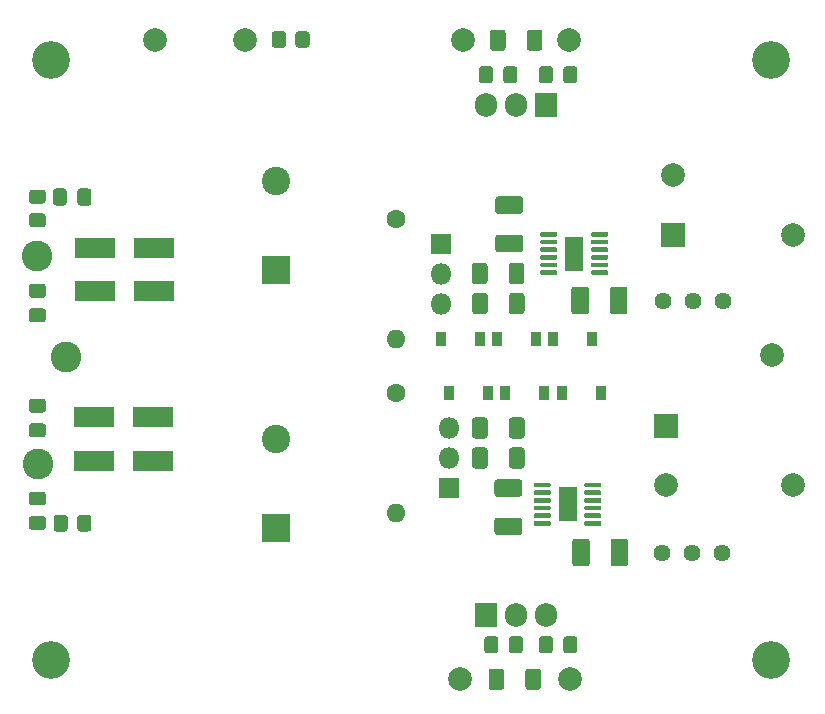
<source format=gbr>
G04 #@! TF.GenerationSoftware,KiCad,Pcbnew,(5.1.10-0-10_14)*
G04 #@! TF.CreationDate,2021-10-17T20:39:04+02:00*
G04 #@! TF.ProjectId,lv-lownoise-psu,6c762d6c-6f77-46e6-9f69-73652d707375,rev?*
G04 #@! TF.SameCoordinates,Original*
G04 #@! TF.FileFunction,Soldermask,Top*
G04 #@! TF.FilePolarity,Negative*
%FSLAX46Y46*%
G04 Gerber Fmt 4.6, Leading zero omitted, Abs format (unit mm)*
G04 Created by KiCad (PCBNEW (5.1.10-0-10_14)) date 2021-10-17 20:39:04*
%MOMM*%
%LPD*%
G01*
G04 APERTURE LIST*
%ADD10C,2.000000*%
%ADD11R,2.000000X2.000000*%
%ADD12R,1.650000X2.850000*%
%ADD13R,0.900000X1.200000*%
%ADD14O,1.600000X1.600000*%
%ADD15C,1.600000*%
%ADD16O,1.800000X1.800000*%
%ADD17R,1.800000X1.800000*%
%ADD18O,1.905000X2.000000*%
%ADD19R,1.905000X2.000000*%
%ADD20R,3.500000X1.800000*%
%ADD21C,2.400000*%
%ADD22R,2.400000X2.400000*%
%ADD23C,1.440000*%
%ADD24C,2.600000*%
%ADD25C,3.200000*%
G04 APERTURE END LIST*
G36*
G01*
X130659500Y-52478500D02*
X130659500Y-54328500D01*
G75*
G02*
X130409500Y-54578500I-250000J0D01*
G01*
X129409500Y-54578500D01*
G75*
G02*
X129159500Y-54328500I0J250000D01*
G01*
X129159500Y-52478500D01*
G75*
G02*
X129409500Y-52228500I250000J0D01*
G01*
X130409500Y-52228500D01*
G75*
G02*
X130659500Y-52478500I0J-250000D01*
G01*
G37*
G36*
G01*
X133909500Y-52478500D02*
X133909500Y-54328500D01*
G75*
G02*
X133659500Y-54578500I-250000J0D01*
G01*
X132659500Y-54578500D01*
G75*
G02*
X132409500Y-54328500I0J250000D01*
G01*
X132409500Y-52478500D01*
G75*
G02*
X132659500Y-52228500I250000J0D01*
G01*
X133659500Y-52228500D01*
G75*
G02*
X133909500Y-52478500I0J-250000D01*
G01*
G37*
D10*
X137160000Y-69024500D03*
D11*
X137160000Y-64024500D03*
D10*
X137795000Y-42815500D03*
D11*
X137795000Y-47815500D03*
D12*
X128832500Y-70649500D03*
G36*
G01*
X130257500Y-69124500D02*
X130257500Y-68924500D01*
G75*
G02*
X130357500Y-68824500I100000J0D01*
G01*
X131607500Y-68824500D01*
G75*
G02*
X131707500Y-68924500I0J-100000D01*
G01*
X131707500Y-69124500D01*
G75*
G02*
X131607500Y-69224500I-100000J0D01*
G01*
X130357500Y-69224500D01*
G75*
G02*
X130257500Y-69124500I0J100000D01*
G01*
G37*
G36*
G01*
X130257500Y-69774500D02*
X130257500Y-69574500D01*
G75*
G02*
X130357500Y-69474500I100000J0D01*
G01*
X131607500Y-69474500D01*
G75*
G02*
X131707500Y-69574500I0J-100000D01*
G01*
X131707500Y-69774500D01*
G75*
G02*
X131607500Y-69874500I-100000J0D01*
G01*
X130357500Y-69874500D01*
G75*
G02*
X130257500Y-69774500I0J100000D01*
G01*
G37*
G36*
G01*
X130257500Y-70424500D02*
X130257500Y-70224500D01*
G75*
G02*
X130357500Y-70124500I100000J0D01*
G01*
X131607500Y-70124500D01*
G75*
G02*
X131707500Y-70224500I0J-100000D01*
G01*
X131707500Y-70424500D01*
G75*
G02*
X131607500Y-70524500I-100000J0D01*
G01*
X130357500Y-70524500D01*
G75*
G02*
X130257500Y-70424500I0J100000D01*
G01*
G37*
G36*
G01*
X130257500Y-71074500D02*
X130257500Y-70874500D01*
G75*
G02*
X130357500Y-70774500I100000J0D01*
G01*
X131607500Y-70774500D01*
G75*
G02*
X131707500Y-70874500I0J-100000D01*
G01*
X131707500Y-71074500D01*
G75*
G02*
X131607500Y-71174500I-100000J0D01*
G01*
X130357500Y-71174500D01*
G75*
G02*
X130257500Y-71074500I0J100000D01*
G01*
G37*
G36*
G01*
X130257500Y-71724500D02*
X130257500Y-71524500D01*
G75*
G02*
X130357500Y-71424500I100000J0D01*
G01*
X131607500Y-71424500D01*
G75*
G02*
X131707500Y-71524500I0J-100000D01*
G01*
X131707500Y-71724500D01*
G75*
G02*
X131607500Y-71824500I-100000J0D01*
G01*
X130357500Y-71824500D01*
G75*
G02*
X130257500Y-71724500I0J100000D01*
G01*
G37*
G36*
G01*
X130257500Y-72374500D02*
X130257500Y-72174500D01*
G75*
G02*
X130357500Y-72074500I100000J0D01*
G01*
X131607500Y-72074500D01*
G75*
G02*
X131707500Y-72174500I0J-100000D01*
G01*
X131707500Y-72374500D01*
G75*
G02*
X131607500Y-72474500I-100000J0D01*
G01*
X130357500Y-72474500D01*
G75*
G02*
X130257500Y-72374500I0J100000D01*
G01*
G37*
G36*
G01*
X125957500Y-72374500D02*
X125957500Y-72174500D01*
G75*
G02*
X126057500Y-72074500I100000J0D01*
G01*
X127307500Y-72074500D01*
G75*
G02*
X127407500Y-72174500I0J-100000D01*
G01*
X127407500Y-72374500D01*
G75*
G02*
X127307500Y-72474500I-100000J0D01*
G01*
X126057500Y-72474500D01*
G75*
G02*
X125957500Y-72374500I0J100000D01*
G01*
G37*
G36*
G01*
X125957500Y-71724500D02*
X125957500Y-71524500D01*
G75*
G02*
X126057500Y-71424500I100000J0D01*
G01*
X127307500Y-71424500D01*
G75*
G02*
X127407500Y-71524500I0J-100000D01*
G01*
X127407500Y-71724500D01*
G75*
G02*
X127307500Y-71824500I-100000J0D01*
G01*
X126057500Y-71824500D01*
G75*
G02*
X125957500Y-71724500I0J100000D01*
G01*
G37*
G36*
G01*
X125957500Y-71074500D02*
X125957500Y-70874500D01*
G75*
G02*
X126057500Y-70774500I100000J0D01*
G01*
X127307500Y-70774500D01*
G75*
G02*
X127407500Y-70874500I0J-100000D01*
G01*
X127407500Y-71074500D01*
G75*
G02*
X127307500Y-71174500I-100000J0D01*
G01*
X126057500Y-71174500D01*
G75*
G02*
X125957500Y-71074500I0J100000D01*
G01*
G37*
G36*
G01*
X125957500Y-70424500D02*
X125957500Y-70224500D01*
G75*
G02*
X126057500Y-70124500I100000J0D01*
G01*
X127307500Y-70124500D01*
G75*
G02*
X127407500Y-70224500I0J-100000D01*
G01*
X127407500Y-70424500D01*
G75*
G02*
X127307500Y-70524500I-100000J0D01*
G01*
X126057500Y-70524500D01*
G75*
G02*
X125957500Y-70424500I0J100000D01*
G01*
G37*
G36*
G01*
X125957500Y-69774500D02*
X125957500Y-69574500D01*
G75*
G02*
X126057500Y-69474500I100000J0D01*
G01*
X127307500Y-69474500D01*
G75*
G02*
X127407500Y-69574500I0J-100000D01*
G01*
X127407500Y-69774500D01*
G75*
G02*
X127307500Y-69874500I-100000J0D01*
G01*
X126057500Y-69874500D01*
G75*
G02*
X125957500Y-69774500I0J100000D01*
G01*
G37*
G36*
G01*
X125957500Y-69124500D02*
X125957500Y-68924500D01*
G75*
G02*
X126057500Y-68824500I100000J0D01*
G01*
X127307500Y-68824500D01*
G75*
G02*
X127407500Y-68924500I0J-100000D01*
G01*
X127407500Y-69124500D01*
G75*
G02*
X127307500Y-69224500I-100000J0D01*
G01*
X126057500Y-69224500D01*
G75*
G02*
X125957500Y-69124500I0J100000D01*
G01*
G37*
X129404000Y-49425500D03*
G36*
G01*
X130829000Y-47900500D02*
X130829000Y-47700500D01*
G75*
G02*
X130929000Y-47600500I100000J0D01*
G01*
X132179000Y-47600500D01*
G75*
G02*
X132279000Y-47700500I0J-100000D01*
G01*
X132279000Y-47900500D01*
G75*
G02*
X132179000Y-48000500I-100000J0D01*
G01*
X130929000Y-48000500D01*
G75*
G02*
X130829000Y-47900500I0J100000D01*
G01*
G37*
G36*
G01*
X130829000Y-48550500D02*
X130829000Y-48350500D01*
G75*
G02*
X130929000Y-48250500I100000J0D01*
G01*
X132179000Y-48250500D01*
G75*
G02*
X132279000Y-48350500I0J-100000D01*
G01*
X132279000Y-48550500D01*
G75*
G02*
X132179000Y-48650500I-100000J0D01*
G01*
X130929000Y-48650500D01*
G75*
G02*
X130829000Y-48550500I0J100000D01*
G01*
G37*
G36*
G01*
X130829000Y-49200500D02*
X130829000Y-49000500D01*
G75*
G02*
X130929000Y-48900500I100000J0D01*
G01*
X132179000Y-48900500D01*
G75*
G02*
X132279000Y-49000500I0J-100000D01*
G01*
X132279000Y-49200500D01*
G75*
G02*
X132179000Y-49300500I-100000J0D01*
G01*
X130929000Y-49300500D01*
G75*
G02*
X130829000Y-49200500I0J100000D01*
G01*
G37*
G36*
G01*
X130829000Y-49850500D02*
X130829000Y-49650500D01*
G75*
G02*
X130929000Y-49550500I100000J0D01*
G01*
X132179000Y-49550500D01*
G75*
G02*
X132279000Y-49650500I0J-100000D01*
G01*
X132279000Y-49850500D01*
G75*
G02*
X132179000Y-49950500I-100000J0D01*
G01*
X130929000Y-49950500D01*
G75*
G02*
X130829000Y-49850500I0J100000D01*
G01*
G37*
G36*
G01*
X130829000Y-50500500D02*
X130829000Y-50300500D01*
G75*
G02*
X130929000Y-50200500I100000J0D01*
G01*
X132179000Y-50200500D01*
G75*
G02*
X132279000Y-50300500I0J-100000D01*
G01*
X132279000Y-50500500D01*
G75*
G02*
X132179000Y-50600500I-100000J0D01*
G01*
X130929000Y-50600500D01*
G75*
G02*
X130829000Y-50500500I0J100000D01*
G01*
G37*
G36*
G01*
X130829000Y-51150500D02*
X130829000Y-50950500D01*
G75*
G02*
X130929000Y-50850500I100000J0D01*
G01*
X132179000Y-50850500D01*
G75*
G02*
X132279000Y-50950500I0J-100000D01*
G01*
X132279000Y-51150500D01*
G75*
G02*
X132179000Y-51250500I-100000J0D01*
G01*
X130929000Y-51250500D01*
G75*
G02*
X130829000Y-51150500I0J100000D01*
G01*
G37*
G36*
G01*
X126529000Y-51150500D02*
X126529000Y-50950500D01*
G75*
G02*
X126629000Y-50850500I100000J0D01*
G01*
X127879000Y-50850500D01*
G75*
G02*
X127979000Y-50950500I0J-100000D01*
G01*
X127979000Y-51150500D01*
G75*
G02*
X127879000Y-51250500I-100000J0D01*
G01*
X126629000Y-51250500D01*
G75*
G02*
X126529000Y-51150500I0J100000D01*
G01*
G37*
G36*
G01*
X126529000Y-50500500D02*
X126529000Y-50300500D01*
G75*
G02*
X126629000Y-50200500I100000J0D01*
G01*
X127879000Y-50200500D01*
G75*
G02*
X127979000Y-50300500I0J-100000D01*
G01*
X127979000Y-50500500D01*
G75*
G02*
X127879000Y-50600500I-100000J0D01*
G01*
X126629000Y-50600500D01*
G75*
G02*
X126529000Y-50500500I0J100000D01*
G01*
G37*
G36*
G01*
X126529000Y-49850500D02*
X126529000Y-49650500D01*
G75*
G02*
X126629000Y-49550500I100000J0D01*
G01*
X127879000Y-49550500D01*
G75*
G02*
X127979000Y-49650500I0J-100000D01*
G01*
X127979000Y-49850500D01*
G75*
G02*
X127879000Y-49950500I-100000J0D01*
G01*
X126629000Y-49950500D01*
G75*
G02*
X126529000Y-49850500I0J100000D01*
G01*
G37*
G36*
G01*
X126529000Y-49200500D02*
X126529000Y-49000500D01*
G75*
G02*
X126629000Y-48900500I100000J0D01*
G01*
X127879000Y-48900500D01*
G75*
G02*
X127979000Y-49000500I0J-100000D01*
G01*
X127979000Y-49200500D01*
G75*
G02*
X127879000Y-49300500I-100000J0D01*
G01*
X126629000Y-49300500D01*
G75*
G02*
X126529000Y-49200500I0J100000D01*
G01*
G37*
G36*
G01*
X126529000Y-48550500D02*
X126529000Y-48350500D01*
G75*
G02*
X126629000Y-48250500I100000J0D01*
G01*
X127879000Y-48250500D01*
G75*
G02*
X127979000Y-48350500I0J-100000D01*
G01*
X127979000Y-48550500D01*
G75*
G02*
X127879000Y-48650500I-100000J0D01*
G01*
X126629000Y-48650500D01*
G75*
G02*
X126529000Y-48550500I0J100000D01*
G01*
G37*
G36*
G01*
X126529000Y-47900500D02*
X126529000Y-47700500D01*
G75*
G02*
X126629000Y-47600500I100000J0D01*
G01*
X127879000Y-47600500D01*
G75*
G02*
X127979000Y-47700500I0J-100000D01*
G01*
X127979000Y-47900500D01*
G75*
G02*
X127879000Y-48000500I-100000J0D01*
G01*
X126629000Y-48000500D01*
G75*
G02*
X126529000Y-47900500I0J100000D01*
G01*
G37*
G36*
G01*
X122074500Y-66088499D02*
X122074500Y-67388501D01*
G75*
G02*
X121824501Y-67638500I-249999J0D01*
G01*
X120999499Y-67638500D01*
G75*
G02*
X120749500Y-67388501I0J249999D01*
G01*
X120749500Y-66088499D01*
G75*
G02*
X120999499Y-65838500I249999J0D01*
G01*
X121824501Y-65838500D01*
G75*
G02*
X122074500Y-66088499I0J-249999D01*
G01*
G37*
G36*
G01*
X125199500Y-66088499D02*
X125199500Y-67388501D01*
G75*
G02*
X124949501Y-67638500I-249999J0D01*
G01*
X124124499Y-67638500D01*
G75*
G02*
X123874500Y-67388501I0J249999D01*
G01*
X123874500Y-66088499D01*
G75*
G02*
X124124499Y-65838500I249999J0D01*
G01*
X124949501Y-65838500D01*
G75*
G02*
X125199500Y-66088499I0J-249999D01*
G01*
G37*
G36*
G01*
X123861000Y-51767501D02*
X123861000Y-50467499D01*
G75*
G02*
X124110999Y-50217500I249999J0D01*
G01*
X124936001Y-50217500D01*
G75*
G02*
X125186000Y-50467499I0J-249999D01*
G01*
X125186000Y-51767501D01*
G75*
G02*
X124936001Y-52017500I-249999J0D01*
G01*
X124110999Y-52017500D01*
G75*
G02*
X123861000Y-51767501I0J249999D01*
G01*
G37*
G36*
G01*
X120736000Y-51767501D02*
X120736000Y-50467499D01*
G75*
G02*
X120985999Y-50217500I249999J0D01*
G01*
X121811001Y-50217500D01*
G75*
G02*
X122061000Y-50467499I0J-249999D01*
G01*
X122061000Y-51767501D01*
G75*
G02*
X121811001Y-52017500I-249999J0D01*
G01*
X120985999Y-52017500D01*
G75*
G02*
X120736000Y-51767501I0J249999D01*
G01*
G37*
G36*
G01*
X132473000Y-75664500D02*
X132473000Y-73814500D01*
G75*
G02*
X132723000Y-73564500I250000J0D01*
G01*
X133723000Y-73564500D01*
G75*
G02*
X133973000Y-73814500I0J-250000D01*
G01*
X133973000Y-75664500D01*
G75*
G02*
X133723000Y-75914500I-250000J0D01*
G01*
X132723000Y-75914500D01*
G75*
G02*
X132473000Y-75664500I0J250000D01*
G01*
G37*
G36*
G01*
X129223000Y-75664500D02*
X129223000Y-73814500D01*
G75*
G02*
X129473000Y-73564500I250000J0D01*
G01*
X130473000Y-73564500D01*
G75*
G02*
X130723000Y-73814500I0J-250000D01*
G01*
X130723000Y-75664500D01*
G75*
G02*
X130473000Y-75914500I-250000J0D01*
G01*
X129473000Y-75914500D01*
G75*
G02*
X129223000Y-75664500I0J250000D01*
G01*
G37*
G36*
G01*
X124750000Y-70028500D02*
X122900000Y-70028500D01*
G75*
G02*
X122650000Y-69778500I0J250000D01*
G01*
X122650000Y-68778500D01*
G75*
G02*
X122900000Y-68528500I250000J0D01*
G01*
X124750000Y-68528500D01*
G75*
G02*
X125000000Y-68778500I0J-250000D01*
G01*
X125000000Y-69778500D01*
G75*
G02*
X124750000Y-70028500I-250000J0D01*
G01*
G37*
G36*
G01*
X124750000Y-73278500D02*
X122900000Y-73278500D01*
G75*
G02*
X122650000Y-73028500I0J250000D01*
G01*
X122650000Y-72028500D01*
G75*
G02*
X122900000Y-71778500I250000J0D01*
G01*
X124750000Y-71778500D01*
G75*
G02*
X125000000Y-72028500I0J-250000D01*
G01*
X125000000Y-73028500D01*
G75*
G02*
X124750000Y-73278500I-250000J0D01*
G01*
G37*
G36*
G01*
X124813500Y-46077500D02*
X122963500Y-46077500D01*
G75*
G02*
X122713500Y-45827500I0J250000D01*
G01*
X122713500Y-44827500D01*
G75*
G02*
X122963500Y-44577500I250000J0D01*
G01*
X124813500Y-44577500D01*
G75*
G02*
X125063500Y-44827500I0J-250000D01*
G01*
X125063500Y-45827500D01*
G75*
G02*
X124813500Y-46077500I-250000J0D01*
G01*
G37*
G36*
G01*
X124813500Y-49327500D02*
X122963500Y-49327500D01*
G75*
G02*
X122713500Y-49077500I0J250000D01*
G01*
X122713500Y-48077500D01*
G75*
G02*
X122963500Y-47827500I250000J0D01*
G01*
X124813500Y-47827500D01*
G75*
G02*
X125063500Y-48077500I0J-250000D01*
G01*
X125063500Y-49077500D01*
G75*
G02*
X124813500Y-49327500I-250000J0D01*
G01*
G37*
G36*
G01*
X122074500Y-63548499D02*
X122074500Y-64848501D01*
G75*
G02*
X121824501Y-65098500I-249999J0D01*
G01*
X120999499Y-65098500D01*
G75*
G02*
X120749500Y-64848501I0J249999D01*
G01*
X120749500Y-63548499D01*
G75*
G02*
X120999499Y-63298500I249999J0D01*
G01*
X121824501Y-63298500D01*
G75*
G02*
X122074500Y-63548499I0J-249999D01*
G01*
G37*
G36*
G01*
X125199500Y-63548499D02*
X125199500Y-64848501D01*
G75*
G02*
X124949501Y-65098500I-249999J0D01*
G01*
X124124499Y-65098500D01*
G75*
G02*
X123874500Y-64848501I0J249999D01*
G01*
X123874500Y-63548499D01*
G75*
G02*
X124124499Y-63298500I249999J0D01*
G01*
X124949501Y-63298500D01*
G75*
G02*
X125199500Y-63548499I0J-249999D01*
G01*
G37*
G36*
G01*
X123874500Y-54307501D02*
X123874500Y-53007499D01*
G75*
G02*
X124124499Y-52757500I249999J0D01*
G01*
X124949501Y-52757500D01*
G75*
G02*
X125199500Y-53007499I0J-249999D01*
G01*
X125199500Y-54307501D01*
G75*
G02*
X124949501Y-54557500I-249999J0D01*
G01*
X124124499Y-54557500D01*
G75*
G02*
X123874500Y-54307501I0J249999D01*
G01*
G37*
G36*
G01*
X120749500Y-54307501D02*
X120749500Y-53007499D01*
G75*
G02*
X120999499Y-52757500I249999J0D01*
G01*
X121824501Y-52757500D01*
G75*
G02*
X122074500Y-53007499I0J-249999D01*
G01*
X122074500Y-54307501D01*
G75*
G02*
X121824501Y-54557500I-249999J0D01*
G01*
X120999499Y-54557500D01*
G75*
G02*
X120749500Y-54307501I0J249999D01*
G01*
G37*
D10*
X119761000Y-85471000D03*
X129032000Y-85471000D03*
X128968500Y-31369000D03*
X120015000Y-31369000D03*
X93916500Y-31305500D03*
X101536500Y-31305500D03*
X147955000Y-69024500D03*
X146113500Y-58039000D03*
X147955000Y-47815500D03*
D13*
X123571000Y-61214000D03*
X126871000Y-61214000D03*
X128333500Y-61214000D03*
X131633500Y-61214000D03*
X130935000Y-56642000D03*
X127635000Y-56642000D03*
X126172500Y-56642000D03*
X122872500Y-56642000D03*
G36*
G01*
X123471500Y-84820998D02*
X123471500Y-86121002D01*
G75*
G02*
X123221502Y-86371000I-249998J0D01*
G01*
X122396498Y-86371000D01*
G75*
G02*
X122146500Y-86121002I0J249998D01*
G01*
X122146500Y-84820998D01*
G75*
G02*
X122396498Y-84571000I249998J0D01*
G01*
X123221502Y-84571000D01*
G75*
G02*
X123471500Y-84820998I0J-249998D01*
G01*
G37*
G36*
G01*
X126596500Y-84820998D02*
X126596500Y-86121002D01*
G75*
G02*
X126346502Y-86371000I-249998J0D01*
G01*
X125521498Y-86371000D01*
G75*
G02*
X125271500Y-86121002I0J249998D01*
G01*
X125271500Y-84820998D01*
G75*
G02*
X125521498Y-84571000I249998J0D01*
G01*
X126346502Y-84571000D01*
G75*
G02*
X126596500Y-84820998I0J-249998D01*
G01*
G37*
G36*
G01*
X125385000Y-32019002D02*
X125385000Y-30718998D01*
G75*
G02*
X125634998Y-30469000I249998J0D01*
G01*
X126460002Y-30469000D01*
G75*
G02*
X126710000Y-30718998I0J-249998D01*
G01*
X126710000Y-32019002D01*
G75*
G02*
X126460002Y-32269000I-249998J0D01*
G01*
X125634998Y-32269000D01*
G75*
G02*
X125385000Y-32019002I0J249998D01*
G01*
G37*
G36*
G01*
X122260000Y-32019002D02*
X122260000Y-30718998D01*
G75*
G02*
X122509998Y-30469000I249998J0D01*
G01*
X123335002Y-30469000D01*
G75*
G02*
X123585000Y-30718998I0J-249998D01*
G01*
X123585000Y-32019002D01*
G75*
G02*
X123335002Y-32269000I-249998J0D01*
G01*
X122509998Y-32269000D01*
G75*
G02*
X122260000Y-32019002I0J249998D01*
G01*
G37*
G36*
G01*
X123407500Y-34765000D02*
X123407500Y-33815000D01*
G75*
G02*
X123657500Y-33565000I250000J0D01*
G01*
X124332500Y-33565000D01*
G75*
G02*
X124582500Y-33815000I0J-250000D01*
G01*
X124582500Y-34765000D01*
G75*
G02*
X124332500Y-35015000I-250000J0D01*
G01*
X123657500Y-35015000D01*
G75*
G02*
X123407500Y-34765000I0J250000D01*
G01*
G37*
G36*
G01*
X121332500Y-34765000D02*
X121332500Y-33815000D01*
G75*
G02*
X121582500Y-33565000I250000J0D01*
G01*
X122257500Y-33565000D01*
G75*
G02*
X122507500Y-33815000I0J-250000D01*
G01*
X122507500Y-34765000D01*
G75*
G02*
X122257500Y-35015000I-250000J0D01*
G01*
X121582500Y-35015000D01*
G75*
G02*
X121332500Y-34765000I0J250000D01*
G01*
G37*
D14*
X114300000Y-71374000D03*
D15*
X114300000Y-61214000D03*
D14*
X114300000Y-56642000D03*
D15*
X114300000Y-46482000D03*
G36*
G01*
X83496999Y-46009000D02*
X84397001Y-46009000D01*
G75*
G02*
X84647000Y-46258999I0J-249999D01*
G01*
X84647000Y-46959001D01*
G75*
G02*
X84397001Y-47209000I-249999J0D01*
G01*
X83496999Y-47209000D01*
G75*
G02*
X83247000Y-46959001I0J249999D01*
G01*
X83247000Y-46258999D01*
G75*
G02*
X83496999Y-46009000I249999J0D01*
G01*
G37*
G36*
G01*
X83496999Y-44009000D02*
X84397001Y-44009000D01*
G75*
G02*
X84647000Y-44258999I0J-249999D01*
G01*
X84647000Y-44959001D01*
G75*
G02*
X84397001Y-45209000I-249999J0D01*
G01*
X83496999Y-45209000D01*
G75*
G02*
X83247000Y-44959001I0J249999D01*
G01*
X83247000Y-44258999D01*
G75*
G02*
X83496999Y-44009000I249999J0D01*
G01*
G37*
G36*
G01*
X87315500Y-72713001D02*
X87315500Y-71812999D01*
G75*
G02*
X87565499Y-71563000I249999J0D01*
G01*
X88265501Y-71563000D01*
G75*
G02*
X88515500Y-71812999I0J-249999D01*
G01*
X88515500Y-72713001D01*
G75*
G02*
X88265501Y-72963000I-249999J0D01*
G01*
X87565499Y-72963000D01*
G75*
G02*
X87315500Y-72713001I0J249999D01*
G01*
G37*
G36*
G01*
X85315500Y-72713001D02*
X85315500Y-71812999D01*
G75*
G02*
X85565499Y-71563000I249999J0D01*
G01*
X86265501Y-71563000D01*
G75*
G02*
X86515500Y-71812999I0J-249999D01*
G01*
X86515500Y-72713001D01*
G75*
G02*
X86265501Y-72963000I-249999J0D01*
G01*
X85565499Y-72963000D01*
G75*
G02*
X85315500Y-72713001I0J249999D01*
G01*
G37*
D16*
X118808500Y-64198500D03*
X118808500Y-66738500D03*
D17*
X118808500Y-69278500D03*
D16*
X118110000Y-53657500D03*
X118110000Y-51117500D03*
D17*
X118110000Y-48577500D03*
D13*
X118808500Y-61214000D03*
X122108500Y-61214000D03*
X121410000Y-56642000D03*
X118110000Y-56642000D03*
G36*
G01*
X86439500Y-44165500D02*
X86439500Y-45115500D01*
G75*
G02*
X86189500Y-45365500I-250000J0D01*
G01*
X85514500Y-45365500D01*
G75*
G02*
X85264500Y-45115500I0J250000D01*
G01*
X85264500Y-44165500D01*
G75*
G02*
X85514500Y-43915500I250000J0D01*
G01*
X86189500Y-43915500D01*
G75*
G02*
X86439500Y-44165500I0J-250000D01*
G01*
G37*
G36*
G01*
X88514500Y-44165500D02*
X88514500Y-45115500D01*
G75*
G02*
X88264500Y-45365500I-250000J0D01*
G01*
X87589500Y-45365500D01*
G75*
G02*
X87339500Y-45115500I0J250000D01*
G01*
X87339500Y-44165500D01*
G75*
G02*
X87589500Y-43915500I250000J0D01*
G01*
X88264500Y-43915500D01*
G75*
G02*
X88514500Y-44165500I0J-250000D01*
G01*
G37*
G36*
G01*
X83472000Y-71655000D02*
X84422000Y-71655000D01*
G75*
G02*
X84672000Y-71905000I0J-250000D01*
G01*
X84672000Y-72580000D01*
G75*
G02*
X84422000Y-72830000I-250000J0D01*
G01*
X83472000Y-72830000D01*
G75*
G02*
X83222000Y-72580000I0J250000D01*
G01*
X83222000Y-71905000D01*
G75*
G02*
X83472000Y-71655000I250000J0D01*
G01*
G37*
G36*
G01*
X83472000Y-69580000D02*
X84422000Y-69580000D01*
G75*
G02*
X84672000Y-69830000I0J-250000D01*
G01*
X84672000Y-70505000D01*
G75*
G02*
X84422000Y-70755000I-250000J0D01*
G01*
X83472000Y-70755000D01*
G75*
G02*
X83222000Y-70505000I0J250000D01*
G01*
X83222000Y-69830000D01*
G75*
G02*
X83472000Y-69580000I250000J0D01*
G01*
G37*
G36*
G01*
X84422000Y-53165500D02*
X83472000Y-53165500D01*
G75*
G02*
X83222000Y-52915500I0J250000D01*
G01*
X83222000Y-52240500D01*
G75*
G02*
X83472000Y-51990500I250000J0D01*
G01*
X84422000Y-51990500D01*
G75*
G02*
X84672000Y-52240500I0J-250000D01*
G01*
X84672000Y-52915500D01*
G75*
G02*
X84422000Y-53165500I-250000J0D01*
G01*
G37*
G36*
G01*
X84422000Y-55240500D02*
X83472000Y-55240500D01*
G75*
G02*
X83222000Y-54990500I0J250000D01*
G01*
X83222000Y-54315500D01*
G75*
G02*
X83472000Y-54065500I250000J0D01*
G01*
X84422000Y-54065500D01*
G75*
G02*
X84672000Y-54315500I0J-250000D01*
G01*
X84672000Y-54990500D01*
G75*
G02*
X84422000Y-55240500I-250000J0D01*
G01*
G37*
G36*
G01*
X84422000Y-62901500D02*
X83472000Y-62901500D01*
G75*
G02*
X83222000Y-62651500I0J250000D01*
G01*
X83222000Y-61976500D01*
G75*
G02*
X83472000Y-61726500I250000J0D01*
G01*
X84422000Y-61726500D01*
G75*
G02*
X84672000Y-61976500I0J-250000D01*
G01*
X84672000Y-62651500D01*
G75*
G02*
X84422000Y-62901500I-250000J0D01*
G01*
G37*
G36*
G01*
X84422000Y-64976500D02*
X83472000Y-64976500D01*
G75*
G02*
X83222000Y-64726500I0J250000D01*
G01*
X83222000Y-64051500D01*
G75*
G02*
X83472000Y-63801500I250000J0D01*
G01*
X84422000Y-63801500D01*
G75*
G02*
X84672000Y-64051500I0J-250000D01*
G01*
X84672000Y-64726500D01*
G75*
G02*
X84422000Y-64976500I-250000J0D01*
G01*
G37*
D18*
X127000000Y-80010000D03*
X124460000Y-80010000D03*
D19*
X121920000Y-80010000D03*
D18*
X121920000Y-36830000D03*
X124460000Y-36830000D03*
D19*
X127000000Y-36830000D03*
D20*
X88827600Y-52578000D03*
X93827600Y-52578000D03*
X88827600Y-48971200D03*
X93827600Y-48971200D03*
X93726000Y-63296800D03*
X88726000Y-63296800D03*
X93726000Y-66954400D03*
X88726000Y-66954400D03*
D21*
X104140000Y-65151000D03*
D22*
X104140000Y-72651000D03*
D21*
X104140000Y-43300000D03*
D22*
X104140000Y-50800000D03*
G36*
G01*
X105794000Y-31755501D02*
X105794000Y-30855499D01*
G75*
G02*
X106043999Y-30605500I249999J0D01*
G01*
X106744001Y-30605500D01*
G75*
G02*
X106994000Y-30855499I0J-249999D01*
G01*
X106994000Y-31755501D01*
G75*
G02*
X106744001Y-32005500I-249999J0D01*
G01*
X106043999Y-32005500D01*
G75*
G02*
X105794000Y-31755501I0J249999D01*
G01*
G37*
G36*
G01*
X103794000Y-31755501D02*
X103794000Y-30855499D01*
G75*
G02*
X104043999Y-30605500I249999J0D01*
G01*
X104744001Y-30605500D01*
G75*
G02*
X104994000Y-30855499I0J-249999D01*
G01*
X104994000Y-31755501D01*
G75*
G02*
X104744001Y-32005500I-249999J0D01*
G01*
X104043999Y-32005500D01*
G75*
G02*
X103794000Y-31755501I0J249999D01*
G01*
G37*
G36*
G01*
X127587500Y-82075000D02*
X127587500Y-83025000D01*
G75*
G02*
X127337500Y-83275000I-250000J0D01*
G01*
X126662500Y-83275000D01*
G75*
G02*
X126412500Y-83025000I0J250000D01*
G01*
X126412500Y-82075000D01*
G75*
G02*
X126662500Y-81825000I250000J0D01*
G01*
X127337500Y-81825000D01*
G75*
G02*
X127587500Y-82075000I0J-250000D01*
G01*
G37*
G36*
G01*
X129662500Y-82075000D02*
X129662500Y-83025000D01*
G75*
G02*
X129412500Y-83275000I-250000J0D01*
G01*
X128737500Y-83275000D01*
G75*
G02*
X128487500Y-83025000I0J250000D01*
G01*
X128487500Y-82075000D01*
G75*
G02*
X128737500Y-81825000I250000J0D01*
G01*
X129412500Y-81825000D01*
G75*
G02*
X129662500Y-82075000I0J-250000D01*
G01*
G37*
G36*
G01*
X123872500Y-83025000D02*
X123872500Y-82075000D01*
G75*
G02*
X124122500Y-81825000I250000J0D01*
G01*
X124797500Y-81825000D01*
G75*
G02*
X125047500Y-82075000I0J-250000D01*
G01*
X125047500Y-83025000D01*
G75*
G02*
X124797500Y-83275000I-250000J0D01*
G01*
X124122500Y-83275000D01*
G75*
G02*
X123872500Y-83025000I0J250000D01*
G01*
G37*
G36*
G01*
X121797500Y-83025000D02*
X121797500Y-82075000D01*
G75*
G02*
X122047500Y-81825000I250000J0D01*
G01*
X122722500Y-81825000D01*
G75*
G02*
X122972500Y-82075000I0J-250000D01*
G01*
X122972500Y-83025000D01*
G75*
G02*
X122722500Y-83275000I-250000J0D01*
G01*
X122047500Y-83275000D01*
G75*
G02*
X121797500Y-83025000I0J250000D01*
G01*
G37*
G36*
G01*
X128487500Y-34765000D02*
X128487500Y-33815000D01*
G75*
G02*
X128737500Y-33565000I250000J0D01*
G01*
X129412500Y-33565000D01*
G75*
G02*
X129662500Y-33815000I0J-250000D01*
G01*
X129662500Y-34765000D01*
G75*
G02*
X129412500Y-35015000I-250000J0D01*
G01*
X128737500Y-35015000D01*
G75*
G02*
X128487500Y-34765000I0J250000D01*
G01*
G37*
G36*
G01*
X126412500Y-34765000D02*
X126412500Y-33815000D01*
G75*
G02*
X126662500Y-33565000I250000J0D01*
G01*
X127337500Y-33565000D01*
G75*
G02*
X127587500Y-33815000I0J-250000D01*
G01*
X127587500Y-34765000D01*
G75*
G02*
X127337500Y-35015000I-250000J0D01*
G01*
X126662500Y-35015000D01*
G75*
G02*
X126412500Y-34765000I0J250000D01*
G01*
G37*
D23*
X141922500Y-74739500D03*
X139382500Y-74739500D03*
X136842500Y-74739500D03*
X141986000Y-53403500D03*
X139446000Y-53403500D03*
X136906000Y-53403500D03*
D24*
X83921600Y-49631600D03*
X86360000Y-58166000D03*
X83972400Y-67259200D03*
D25*
X146050000Y-33020000D03*
X146050000Y-83820000D03*
X85090000Y-83820000D03*
X85090000Y-33020000D03*
M02*

</source>
